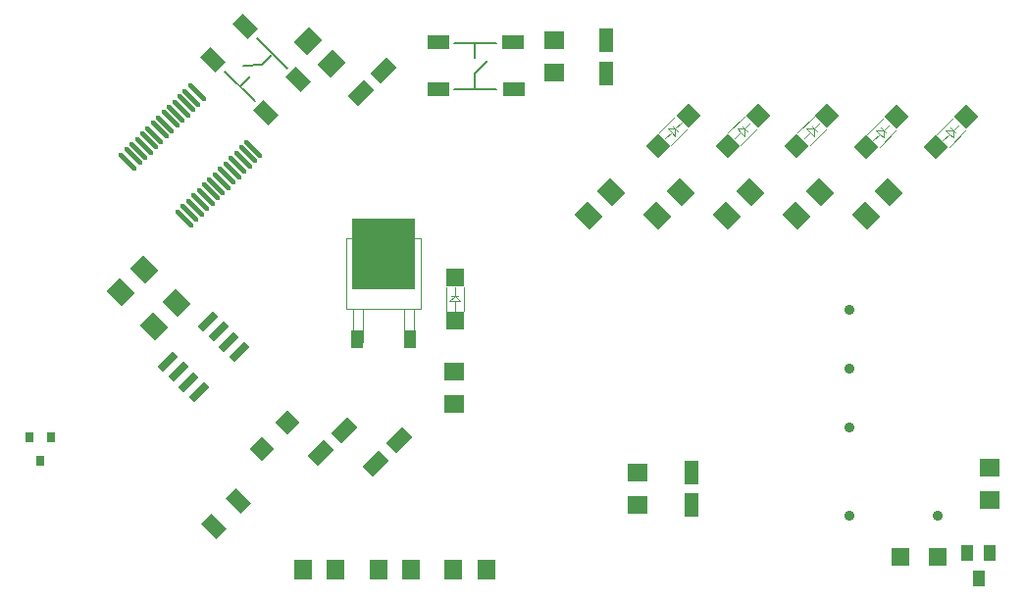
<source format=gtp>
G04*
G04 #@! TF.GenerationSoftware,Altium Limited,Altium Designer,19.0.10 (269)*
G04*
G04 Layer_Color=8421504*
%FSLAX44Y44*%
%MOMM*%
G71*
G01*
G75*
%ADD12C,0.2000*%
%ADD15C,0.8999*%
%ADD16C,0.0500*%
%ADD17P,2.1213X4X90.0*%
%ADD18R,1.5000X1.5000*%
%ADD19R,1.9000X1.2000*%
G04:AMPARAMS|DCode=20|XSize=1.9mm|YSize=1.2mm|CornerRadius=0mm|HoleSize=0mm|Usage=FLASHONLY|Rotation=135.000|XOffset=0mm|YOffset=0mm|HoleType=Round|Shape=Rectangle|*
%AMROTATEDRECTD20*
4,1,4,1.0960,-0.2475,0.2475,-1.0960,-1.0960,0.2475,-0.2475,1.0960,1.0960,-0.2475,0.0*
%
%ADD20ROTATEDRECTD20*%

%ADD21R,5.4000X6.2000*%
%ADD22R,1.0000X1.6000*%
%ADD23R,0.8001X0.8999*%
G04:AMPARAMS|DCode=24|XSize=1.2mm|YSize=1.82mm|CornerRadius=0mm|HoleSize=0mm|Usage=FLASHONLY|Rotation=45.000|XOffset=0mm|YOffset=0mm|HoleType=Round|Shape=Rectangle|*
%AMROTATEDRECTD24*
4,1,4,0.2192,-1.0677,-1.0677,0.2192,-0.2192,1.0677,1.0677,-0.2192,0.2192,-1.0677,0.0*
%
%ADD24ROTATEDRECTD24*%

G04:AMPARAMS|DCode=25|XSize=1.6mm|YSize=1.8mm|CornerRadius=0mm|HoleSize=0mm|Usage=FLASHONLY|Rotation=225.000|XOffset=0mm|YOffset=0mm|HoleType=Round|Shape=Rectangle|*
%AMROTATEDRECTD25*
4,1,4,-0.0707,1.2021,1.2021,-0.0707,0.0707,-1.2021,-1.2021,0.0707,-0.0707,1.2021,0.0*
%
%ADD25ROTATEDRECTD25*%

G04:AMPARAMS|DCode=26|XSize=1.8999mm|YSize=0.6mm|CornerRadius=0.045mm|HoleSize=0mm|Usage=FLASHONLY|Rotation=225.000|XOffset=0mm|YOffset=0mm|HoleType=Round|Shape=RoundedRectangle|*
%AMROUNDEDRECTD26*
21,1,1.8999,0.5100,0,0,225.0*
21,1,1.8099,0.6000,0,0,225.0*
1,1,0.0900,-0.8202,-0.4596*
1,1,0.0900,0.4596,0.8202*
1,1,0.0900,0.8202,0.4596*
1,1,0.0900,-0.4596,-0.8202*
%
%ADD26ROUNDEDRECTD26*%
%ADD27R,1.0000X1.4000*%
G04:AMPARAMS|DCode=28|XSize=0.45mm|YSize=2.1mm|CornerRadius=0mm|HoleSize=0mm|Usage=FLASHONLY|Rotation=45.000|XOffset=0mm|YOffset=0mm|HoleType=Round|Shape=Round|*
%AMOVALD28*
21,1,1.6500,0.4500,0.0000,0.0000,135.0*
1,1,0.4500,0.5834,-0.5834*
1,1,0.4500,-0.5834,0.5834*
%
%ADD28OVALD28*%

%ADD29R,1.6000X1.8000*%
%ADD30R,1.8000X1.6000*%
G04:AMPARAMS|DCode=31|XSize=2mm|YSize=1.2mm|CornerRadius=0mm|HoleSize=0mm|Usage=FLASHONLY|Rotation=45.000|XOffset=0mm|YOffset=0mm|HoleType=Round|Shape=Rectangle|*
%AMROTATEDRECTD31*
4,1,4,-0.2828,-1.1314,-1.1314,-0.2828,0.2828,1.1314,1.1314,0.2828,-0.2828,-1.1314,0.0*
%
%ADD31ROTATEDRECTD31*%

%ADD32R,1.2000X2.0000*%
%ADD33R,1.5000X1.5000*%
G04:AMPARAMS|DCode=34|XSize=1.6mm|YSize=1.8mm|CornerRadius=0mm|HoleSize=0mm|Usage=FLASHONLY|Rotation=315.000|XOffset=0mm|YOffset=0mm|HoleType=Round|Shape=Rectangle|*
%AMROTATEDRECTD34*
4,1,4,-1.2021,-0.0707,0.0707,1.2021,1.2021,0.0707,-0.0707,-1.2021,-1.2021,-0.0707,0.0*
%
%ADD34ROTATEDRECTD34*%

D12*
X662500Y737000D02*
X699000D01*
X662500Y697000D02*
X699000D01*
X680500Y724500D02*
Y737000D01*
Y698000D02*
Y710500D01*
X691000Y722000D01*
X464395Y712562D02*
X490205Y686753D01*
X492679Y740847D02*
X518489Y715037D01*
X477477Y699481D02*
X486315Y708320D01*
X496215Y718219D02*
X505054Y727058D01*
X480659Y717512D02*
X496215Y718219D01*
D15*
X1003800Y506300D02*
D03*
Y455500D02*
D03*
Y404700D02*
D03*
X1080000Y328500D02*
D03*
X1003800D02*
D03*
D16*
X846824Y663185D02*
X850006Y660003D01*
X853188Y656821D01*
Y656821D01*
Y663185D01*
X846824D02*
X853188D01*
X851066Y665306D02*
X853188Y663185D01*
X855309Y661064D01*
X844349Y654346D02*
X850006Y660003D01*
X853188Y663185D02*
X858491Y668488D01*
X839045Y659650D02*
X853188Y673792D01*
X849652Y649043D02*
X863794Y663185D01*
X906824D02*
X910006Y660003D01*
X913188Y656821D01*
X913188Y656821D01*
Y663185D01*
X906824D02*
X913188D01*
X911066Y665306D02*
X913188Y663185D01*
X915309Y661064D01*
X904349Y654346D02*
X910006Y660003D01*
X913188Y663185D02*
X918491Y668488D01*
X899045Y659650D02*
X913188Y673792D01*
X909652Y649043D02*
X923794Y663185D01*
X966824D02*
X970006Y660003D01*
X973188Y656821D01*
X973188Y656821D01*
X973188Y663185D02*
X973188Y656821D01*
X966824Y663185D02*
X973188D01*
X971066Y665306D02*
X973188Y663185D01*
X975309Y661064D01*
X964349Y654346D02*
X970006Y660003D01*
X973188Y663185D02*
X978491Y668488D01*
X959045Y659650D02*
X973188Y673792D01*
X969652Y649043D02*
X983794Y663185D01*
X1026824Y661685D02*
X1030006Y658503D01*
X1033188Y655321D01*
X1033188Y655321D01*
Y661685D01*
X1026824D02*
X1033188D01*
X1031066Y663806D02*
X1033188Y661685D01*
X1035309Y659564D01*
X1024349Y652846D02*
X1030006Y658503D01*
X1033188Y661685D02*
X1038491Y666988D01*
X1019045Y658149D02*
X1033188Y672292D01*
X1029652Y647543D02*
X1043794Y661685D01*
X1086824Y661685D02*
X1090006Y658503D01*
X1093188Y655321D01*
X1093188Y655321D01*
X1093188Y661685D02*
X1093188Y655321D01*
X1086824Y661685D02*
X1093188D01*
X1091066Y663806D02*
X1093188Y661685D01*
X1095309Y659564D01*
X1084349Y652846D02*
X1090006Y658503D01*
X1093188Y661685D02*
X1098491Y666988D01*
X1079045Y658149D02*
X1093188Y672292D01*
X1089652Y647543D02*
X1103794Y661685D01*
X658500Y514000D02*
X663000D01*
X667500D01*
Y514000D01*
X663000Y518500D02*
X667500Y514000D01*
X658500Y514000D02*
X663000Y518500D01*
X660000D02*
X663000D01*
X666000D01*
X663000Y506000D02*
Y514000D01*
Y518500D02*
Y526000D01*
X655500Y506000D02*
Y526000D01*
X670500Y506000D02*
Y526000D01*
X619150Y478350D02*
X627750D01*
X619150Y507500D02*
X627750D01*
X619150Y478350D02*
Y507350D01*
X627750Y478350D02*
Y507500D01*
X575000D02*
X583600D01*
X575000Y478350D02*
X583600D01*
Y507500D01*
X575000Y478350D02*
Y507350D01*
X569500Y568650D02*
X574300D01*
X569500Y524000D02*
Y568650D01*
Y507500D02*
Y524000D01*
Y507500D02*
X633300D01*
Y524000D01*
Y568650D01*
X628450Y568500D02*
X633250D01*
D17*
X864501Y674499D02*
D03*
X838338Y648336D02*
D03*
X924501Y674499D02*
D03*
X898338Y648336D02*
D03*
X984501Y674499D02*
D03*
X958338Y648336D02*
D03*
X1044501Y672999D02*
D03*
X1018338Y646836D02*
D03*
X1104501Y672999D02*
D03*
X1078338Y646836D02*
D03*
X518814Y408814D02*
D03*
X496186Y386186D02*
D03*
D18*
X663000Y534500D02*
D03*
Y497500D02*
D03*
D19*
X714000Y697500D02*
D03*
X649000D02*
D03*
X648500Y737500D02*
D03*
X713500D02*
D03*
D20*
X481719Y751100D02*
D03*
X527681Y705138D02*
D03*
X499751Y676500D02*
D03*
X453789Y722462D02*
D03*
D21*
X601500Y554500D02*
D03*
D22*
X624250Y481500D02*
D03*
X578750D02*
D03*
D23*
X305000Y376500D02*
D03*
X295500Y396500D02*
D03*
X314500D02*
D03*
D24*
X476107Y341142D02*
D03*
X454823Y319858D02*
D03*
D25*
X394695Y541399D02*
D03*
X374896Y521600D02*
D03*
X403101Y492601D02*
D03*
X422900Y512399D02*
D03*
X977899Y607900D02*
D03*
X958101Y588101D02*
D03*
X898101D02*
D03*
X917899Y607900D02*
D03*
X838101Y588101D02*
D03*
X857899Y607900D02*
D03*
X778101Y588101D02*
D03*
X797899Y607900D02*
D03*
X1018101Y588101D02*
D03*
X1037899Y607900D02*
D03*
D26*
X442112Y435171D02*
D03*
X433131Y444151D02*
D03*
X424151Y453131D02*
D03*
X415171Y462112D02*
D03*
X449888Y496829D02*
D03*
X458869Y487849D02*
D03*
X467849Y478869D02*
D03*
X476829Y469888D02*
D03*
D27*
X1115000Y274500D02*
D03*
X1105500Y296500D02*
D03*
X1124500D02*
D03*
D28*
X440480Y694270D02*
D03*
X435884Y689674D02*
D03*
X431288Y685078D02*
D03*
X426692Y680482D02*
D03*
X422095Y675886D02*
D03*
X417499Y671290D02*
D03*
X412903Y666693D02*
D03*
X408307Y662097D02*
D03*
X403711Y657501D02*
D03*
X399114Y652905D02*
D03*
X394518Y648308D02*
D03*
X389922Y643712D02*
D03*
X385326Y639116D02*
D03*
X380729Y634520D02*
D03*
X489270Y645480D02*
D03*
X484674Y640884D02*
D03*
X480078Y636288D02*
D03*
X475482Y631692D02*
D03*
X470886Y627095D02*
D03*
X466289Y622499D02*
D03*
X461693Y617903D02*
D03*
X457097Y613307D02*
D03*
X452501Y608711D02*
D03*
X447905Y604114D02*
D03*
X443308Y599518D02*
D03*
X438712Y594922D02*
D03*
X434116Y590326D02*
D03*
X429520Y585730D02*
D03*
D29*
X662000Y282500D02*
D03*
X690000D02*
D03*
X597000D02*
D03*
X625000D02*
D03*
X532000D02*
D03*
X560000D02*
D03*
D30*
X662500Y425651D02*
D03*
Y453651D02*
D03*
X1124500Y370500D02*
D03*
Y342500D02*
D03*
X820500Y366000D02*
D03*
Y338000D02*
D03*
X748500Y711500D02*
D03*
Y739500D02*
D03*
D31*
X601399Y713400D02*
D03*
X581600Y693600D02*
D03*
X614899Y393586D02*
D03*
X595101Y373787D02*
D03*
X547601Y382601D02*
D03*
X567399Y402399D02*
D03*
D32*
X794000Y711000D02*
D03*
Y739000D02*
D03*
X867000Y366000D02*
D03*
Y338000D02*
D03*
D33*
X1080000Y293500D02*
D03*
X1048000D02*
D03*
D34*
X536600Y738900D02*
D03*
X556399Y719100D02*
D03*
M02*

</source>
